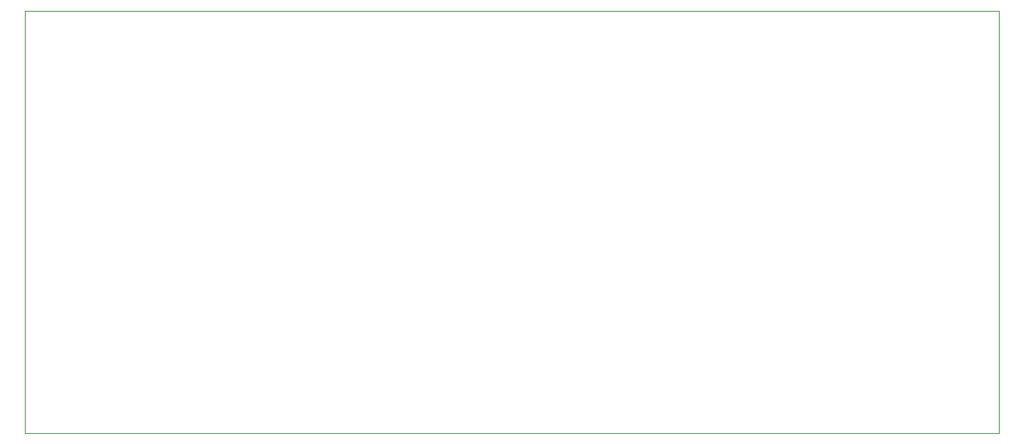
<source format=gbr>
%TF.GenerationSoftware,KiCad,Pcbnew,9.0.0-9.0.0-2~ubuntu24.04.1*%
%TF.CreationDate,2025-04-10T13:45:38-04:00*%
%TF.ProjectId,PSU,5053552e-6b69-4636-9164-5f7063625858,0*%
%TF.SameCoordinates,Original*%
%TF.FileFunction,Profile,NP*%
%FSLAX46Y46*%
G04 Gerber Fmt 4.6, Leading zero omitted, Abs format (unit mm)*
G04 Created by KiCad (PCBNEW 9.0.0-9.0.0-2~ubuntu24.04.1) date 2025-04-10 13:45:38*
%MOMM*%
%LPD*%
G01*
G04 APERTURE LIST*
%TA.AperFunction,Profile*%
%ADD10C,0.050000*%
%TD*%
G04 APERTURE END LIST*
D10*
X200000000Y-130000000D02*
X94000000Y-130000000D01*
X94000000Y-84000000D02*
X200000000Y-84000000D01*
X94000000Y-130000000D02*
X94000000Y-84000000D01*
X200000000Y-84000000D02*
X200000000Y-130000000D01*
M02*

</source>
